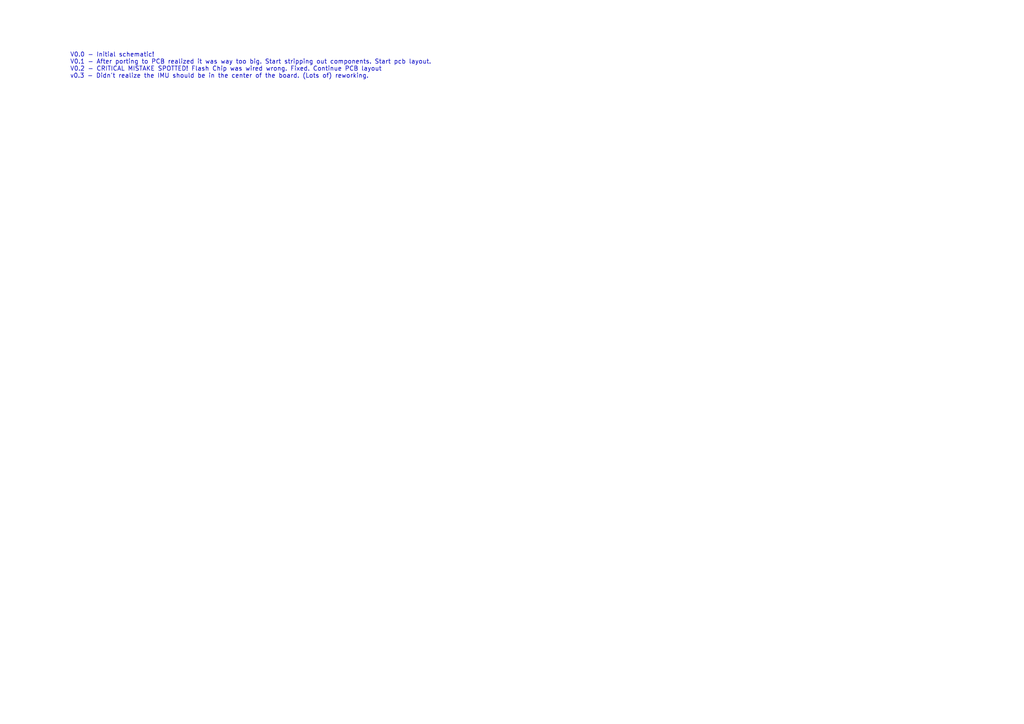
<source format=kicad_sch>
(kicad_sch (version 20211123) (generator eeschema)
  (paper "A4")
  (title_block (title "Version notes!") (date "2023-01-31") (rev "v0.3"))
  (lib_symbols)
  (text "V0.0 - Initial schematic!\nV0.1 - After porting to PCB realized it was way too big. Start stripping out components. Start pcb layout.\nV0.2 - CRITICAL MISTAKE SPOTTED! Flash Chip was wired wrong. Fixed. Continue PCB layout\nv0.3 - Didn't realize the IMU should be in the center of the board. (Lots of) reworking." (at 20.32 22.86 0) (effects (font (size 1.27 1.27)) (justify left bottom)))
)
</source>
